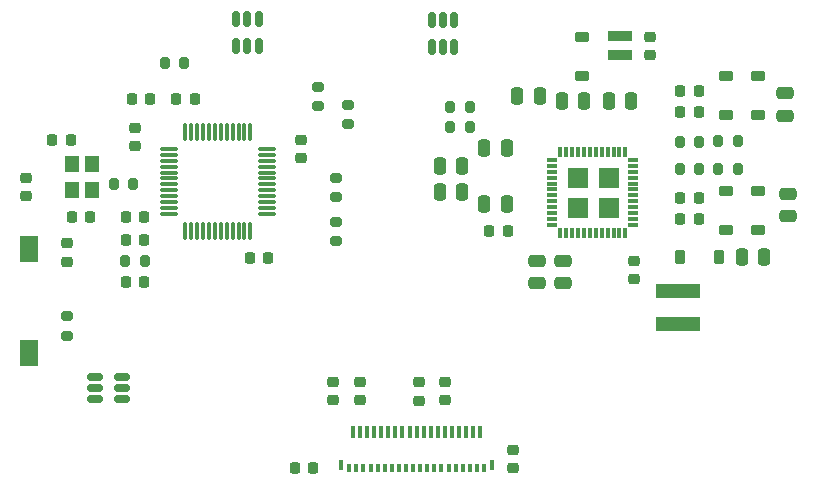
<source format=gtp>
%TF.GenerationSoftware,KiCad,Pcbnew,7.0.1*%
%TF.CreationDate,2023-04-23T16:19:41+02:00*%
%TF.ProjectId,ED060SC4_SPI_driver_board,45443036-3053-4433-945f-5350495f6472,rev?*%
%TF.SameCoordinates,Original*%
%TF.FileFunction,Paste,Top*%
%TF.FilePolarity,Positive*%
%FSLAX46Y46*%
G04 Gerber Fmt 4.6, Leading zero omitted, Abs format (unit mm)*
G04 Created by KiCad (PCBNEW 7.0.1) date 2023-04-23 16:19:41*
%MOMM*%
%LPD*%
G01*
G04 APERTURE LIST*
G04 Aperture macros list*
%AMRoundRect*
0 Rectangle with rounded corners*
0 $1 Rounding radius*
0 $2 $3 $4 $5 $6 $7 $8 $9 X,Y pos of 4 corners*
0 Add a 4 corners polygon primitive as box body*
4,1,4,$2,$3,$4,$5,$6,$7,$8,$9,$2,$3,0*
0 Add four circle primitives for the rounded corners*
1,1,$1+$1,$2,$3*
1,1,$1+$1,$4,$5*
1,1,$1+$1,$6,$7*
1,1,$1+$1,$8,$9*
0 Add four rect primitives between the rounded corners*
20,1,$1+$1,$2,$3,$4,$5,0*
20,1,$1+$1,$4,$5,$6,$7,0*
20,1,$1+$1,$6,$7,$8,$9,0*
20,1,$1+$1,$8,$9,$2,$3,0*%
G04 Aperture macros list end*
%ADD10C,0.010000*%
%ADD11RoundRect,0.250000X-0.475000X0.250000X-0.475000X-0.250000X0.475000X-0.250000X0.475000X0.250000X0*%
%ADD12RoundRect,0.225000X0.225000X0.250000X-0.225000X0.250000X-0.225000X-0.250000X0.225000X-0.250000X0*%
%ADD13RoundRect,0.250000X0.250000X0.475000X-0.250000X0.475000X-0.250000X-0.475000X0.250000X-0.475000X0*%
%ADD14RoundRect,0.225000X0.375000X-0.225000X0.375000X0.225000X-0.375000X0.225000X-0.375000X-0.225000X0*%
%ADD15RoundRect,0.200000X-0.200000X-0.275000X0.200000X-0.275000X0.200000X0.275000X-0.200000X0.275000X0*%
%ADD16R,3.700000X1.200000*%
%ADD17RoundRect,0.225000X0.250000X-0.225000X0.250000X0.225000X-0.250000X0.225000X-0.250000X-0.225000X0*%
%ADD18R,2.000000X0.850000*%
%ADD19R,1.200000X1.400000*%
%ADD20RoundRect,0.200000X-0.275000X0.200000X-0.275000X-0.200000X0.275000X-0.200000X0.275000X0.200000X0*%
%ADD21RoundRect,0.150000X-0.150000X0.512500X-0.150000X-0.512500X0.150000X-0.512500X0.150000X0.512500X0*%
%ADD22RoundRect,0.225000X-0.225000X-0.250000X0.225000X-0.250000X0.225000X0.250000X-0.225000X0.250000X0*%
%ADD23RoundRect,0.250000X0.475000X-0.250000X0.475000X0.250000X-0.475000X0.250000X-0.475000X-0.250000X0*%
%ADD24R,1.600000X2.200000*%
%ADD25RoundRect,0.075000X-0.662500X-0.075000X0.662500X-0.075000X0.662500X0.075000X-0.662500X0.075000X0*%
%ADD26RoundRect,0.075000X-0.075000X-0.662500X0.075000X-0.662500X0.075000X0.662500X-0.075000X0.662500X0*%
%ADD27RoundRect,0.200000X0.200000X0.275000X-0.200000X0.275000X-0.200000X-0.275000X0.200000X-0.275000X0*%
%ADD28RoundRect,0.225000X-0.375000X0.225000X-0.375000X-0.225000X0.375000X-0.225000X0.375000X0.225000X0*%
%ADD29RoundRect,0.150000X0.512500X0.150000X-0.512500X0.150000X-0.512500X-0.150000X0.512500X-0.150000X0*%
%ADD30RoundRect,0.007800X-0.422200X-0.122200X0.422200X-0.122200X0.422200X0.122200X-0.422200X0.122200X0*%
%ADD31RoundRect,0.007800X0.122200X-0.422200X0.122200X0.422200X-0.122200X0.422200X-0.122200X-0.422200X0*%
%ADD32RoundRect,0.225000X-0.250000X0.225000X-0.250000X-0.225000X0.250000X-0.225000X0.250000X0.225000X0*%
%ADD33RoundRect,0.225000X-0.225000X-0.375000X0.225000X-0.375000X0.225000X0.375000X-0.225000X0.375000X0*%
%ADD34R,0.300000X0.800000*%
%ADD35R,0.300000X1.000000*%
%ADD36R,0.400000X0.950000*%
%ADD37RoundRect,0.200000X0.275000X-0.200000X0.275000X0.200000X-0.275000X0.200000X-0.275000X-0.200000X0*%
%ADD38RoundRect,0.218750X-0.256250X0.218750X-0.256250X-0.218750X0.256250X-0.218750X0.256250X0.218750X0*%
%ADD39RoundRect,0.250000X-0.250000X-0.475000X0.250000X-0.475000X0.250000X0.475000X-0.250000X0.475000X0*%
G04 APERTURE END LIST*
%TO.C,U1*%
D10*
X99270000Y-68955000D02*
X97650000Y-68955000D01*
X97650000Y-67335000D01*
X99270000Y-67335000D01*
X99270000Y-68955000D01*
G36*
X99270000Y-68955000D02*
G01*
X97650000Y-68955000D01*
X97650000Y-67335000D01*
X99270000Y-67335000D01*
X99270000Y-68955000D01*
G37*
X99270000Y-71535000D02*
X97650000Y-71535000D01*
X97650000Y-69915000D01*
X99270000Y-69915000D01*
X99270000Y-71535000D01*
G36*
X99270000Y-71535000D02*
G01*
X97650000Y-71535000D01*
X97650000Y-69915000D01*
X99270000Y-69915000D01*
X99270000Y-71535000D01*
G37*
X101850000Y-68955000D02*
X100230000Y-68955000D01*
X100230000Y-67335000D01*
X101850000Y-67335000D01*
X101850000Y-68955000D01*
G36*
X101850000Y-68955000D02*
G01*
X100230000Y-68955000D01*
X100230000Y-67335000D01*
X101850000Y-67335000D01*
X101850000Y-68955000D01*
G37*
X101850000Y-71535000D02*
X100230000Y-71535000D01*
X100230000Y-69915000D01*
X101850000Y-69915000D01*
X101850000Y-71535000D01*
G36*
X101850000Y-71535000D02*
G01*
X100230000Y-71535000D01*
X100230000Y-69915000D01*
X101850000Y-69915000D01*
X101850000Y-71535000D01*
G37*
%TD*%
D11*
%TO.C,C14*%
X97250000Y-75235000D03*
X97250000Y-77135000D03*
%TD*%
D12*
%TO.C,C25*%
X61775000Y-71500000D03*
X60225000Y-71500000D03*
%TD*%
D11*
%TO.C,C3*%
X95000000Y-75235000D03*
X95000000Y-77135000D03*
%TD*%
D13*
%TO.C,C13*%
X92450000Y-65685000D03*
X90550000Y-65685000D03*
%TD*%
D14*
%TO.C,D6*%
X113750000Y-62900000D03*
X113750000Y-59600000D03*
%TD*%
D12*
%TO.C,C7*%
X108713752Y-60848748D03*
X107163752Y-60848748D03*
%TD*%
D13*
%TO.C,C10*%
X88700000Y-69435000D03*
X86800000Y-69435000D03*
%TD*%
D15*
%TO.C,TH1*%
X87675000Y-63935000D03*
X89325000Y-63935000D03*
%TD*%
D16*
%TO.C,L2*%
X107000000Y-80585000D03*
X107000000Y-77785000D03*
%TD*%
D17*
%TO.C,C40*%
X93000000Y-92775000D03*
X93000000Y-91225000D03*
%TD*%
D11*
%TO.C,C1*%
X116000000Y-61050000D03*
X116000000Y-62950000D03*
%TD*%
D18*
%TO.C,L1*%
X102050000Y-56185000D03*
X102050000Y-57835000D03*
%TD*%
D19*
%TO.C,Y1*%
X55650000Y-67049998D03*
X55650000Y-69249998D03*
X57350000Y-69249998D03*
X57350000Y-67049998D03*
%TD*%
D15*
%TO.C,R5*%
X59175000Y-68750000D03*
X60825000Y-68750000D03*
%TD*%
D20*
%TO.C,R14*%
X76500000Y-60500000D03*
X76500000Y-62150000D03*
%TD*%
D21*
%TO.C,U5*%
X88000000Y-54862500D03*
X87050000Y-54862500D03*
X86100000Y-54862500D03*
X86100000Y-57137500D03*
X87050000Y-57137500D03*
X88000000Y-57137500D03*
%TD*%
D22*
%TO.C,C15*%
X107163752Y-71685000D03*
X108713752Y-71685000D03*
%TD*%
D13*
%TO.C,C18*%
X114250000Y-74935000D03*
X112350000Y-74935000D03*
%TD*%
D15*
%TO.C,R8*%
X110363752Y-67435000D03*
X112013752Y-67435000D03*
%TD*%
D23*
%TO.C,C19*%
X116250000Y-71450000D03*
X116250000Y-69550000D03*
%TD*%
D24*
%TO.C,SW2*%
X52000000Y-74253200D03*
X52000000Y-83053200D03*
%TD*%
D25*
%TO.C,U2*%
X63837500Y-65750000D03*
X63837500Y-66250000D03*
X63837500Y-66750000D03*
X63837500Y-67250000D03*
X63837500Y-67750000D03*
X63837500Y-68250000D03*
X63837500Y-68750000D03*
X63837500Y-69250000D03*
X63837500Y-69750000D03*
X63837500Y-70250000D03*
X63837500Y-70750000D03*
X63837500Y-71250000D03*
D26*
X65250000Y-72662500D03*
X65750000Y-72662500D03*
X66250000Y-72662500D03*
X66750000Y-72662500D03*
X67250000Y-72662500D03*
X67750000Y-72662500D03*
X68250000Y-72662500D03*
X68750000Y-72662500D03*
X69250000Y-72662500D03*
X69750000Y-72662500D03*
X70250000Y-72662500D03*
X70750000Y-72662500D03*
D25*
X72162500Y-71250000D03*
X72162500Y-70750000D03*
X72162500Y-70250000D03*
X72162500Y-69750000D03*
X72162500Y-69250000D03*
X72162500Y-68750000D03*
X72162500Y-68250000D03*
X72162500Y-67750000D03*
X72162500Y-67250000D03*
X72162500Y-66750000D03*
X72162500Y-66250000D03*
X72162500Y-65750000D03*
D26*
X70750000Y-64337500D03*
X70250000Y-64337500D03*
X69750000Y-64337500D03*
X69250000Y-64337500D03*
X68750000Y-64337500D03*
X68250000Y-64337500D03*
X67750000Y-64337500D03*
X67250000Y-64337500D03*
X66750000Y-64337500D03*
X66250000Y-64337500D03*
X65750000Y-64337500D03*
X65250000Y-64337500D03*
%TD*%
D27*
%TO.C,FB1*%
X61825000Y-75250000D03*
X60175000Y-75250000D03*
%TD*%
D12*
%TO.C,C21*%
X72275000Y-75000000D03*
X70725000Y-75000000D03*
%TD*%
D15*
%TO.C,R9*%
X107113752Y-67435000D03*
X108763752Y-67435000D03*
%TD*%
D22*
%TO.C,C30*%
X55625000Y-71500000D03*
X57175000Y-71500000D03*
%TD*%
D28*
%TO.C,D1*%
X111000000Y-69350000D03*
X111000000Y-72650000D03*
%TD*%
D29*
%TO.C,U3*%
X59887500Y-86950000D03*
X59887500Y-86000000D03*
X59887500Y-85050000D03*
X57612500Y-85050000D03*
X57612500Y-86000000D03*
X57612500Y-86950000D03*
%TD*%
D12*
%TO.C,C26*%
X61775000Y-73500000D03*
X60225000Y-73500000D03*
%TD*%
D13*
%TO.C,C6*%
X103000000Y-61685000D03*
X101100000Y-61685000D03*
%TD*%
D22*
%TO.C,C22*%
X64475000Y-61500000D03*
X66025000Y-61500000D03*
%TD*%
D30*
%TO.C,U1*%
X96315000Y-66685000D03*
X96315000Y-67185000D03*
X96315000Y-67685000D03*
X96315000Y-68185000D03*
X96315000Y-68685000D03*
X96315000Y-69185000D03*
X96315000Y-69685000D03*
X96315000Y-70185000D03*
X96315000Y-70685000D03*
X96315000Y-71185000D03*
X96315000Y-71685000D03*
X96315000Y-72185000D03*
D31*
X97000000Y-72870000D03*
X97500000Y-72870000D03*
X98000000Y-72870000D03*
X98500000Y-72870000D03*
X99000000Y-72870000D03*
X99500000Y-72870000D03*
X100000000Y-72870000D03*
X100500000Y-72870000D03*
X101000000Y-72870000D03*
X101500000Y-72870000D03*
X102000000Y-72870000D03*
X102500000Y-72870000D03*
D30*
X103185000Y-72185000D03*
X103185000Y-71685000D03*
X103185000Y-71185000D03*
X103185000Y-70685000D03*
X103185000Y-70185000D03*
X103185000Y-69685000D03*
X103185000Y-69185000D03*
X103185000Y-68685000D03*
X103185000Y-68185000D03*
X103185000Y-67685000D03*
X103185000Y-67185000D03*
X103185000Y-66685000D03*
D31*
X102500000Y-66000000D03*
X102000000Y-66000000D03*
X101500000Y-66000000D03*
X101000000Y-66000000D03*
X100500000Y-66000000D03*
X100000000Y-66000000D03*
X99500000Y-66000000D03*
X99000000Y-66000000D03*
X98500000Y-66000000D03*
X98000000Y-66000000D03*
X97500000Y-66000000D03*
X97000000Y-66000000D03*
%TD*%
D12*
%TO.C,C2*%
X92525000Y-72685000D03*
X90975000Y-72685000D03*
%TD*%
D32*
%TO.C,C28*%
X51750000Y-68225000D03*
X51750000Y-69775000D03*
%TD*%
D22*
%TO.C,C29*%
X53975000Y-65000000D03*
X55525000Y-65000000D03*
%TD*%
D20*
%TO.C,R6*%
X78000000Y-68175000D03*
X78000000Y-69825000D03*
%TD*%
D28*
%TO.C,D7*%
X111000000Y-59600000D03*
X111000000Y-62900000D03*
%TD*%
D17*
%TO.C,C41*%
X87250000Y-87025000D03*
X87250000Y-85475000D03*
%TD*%
D21*
%TO.C,U4*%
X71450000Y-54750000D03*
X70500000Y-54750000D03*
X69550000Y-54750000D03*
X69550000Y-57025000D03*
X70500000Y-57025000D03*
X71450000Y-57025000D03*
%TD*%
D14*
%TO.C,D3*%
X98800000Y-59585000D03*
X98800000Y-56285000D03*
%TD*%
D12*
%TO.C,C24*%
X62250000Y-61500000D03*
X60700000Y-61500000D03*
%TD*%
D13*
%TO.C,C12*%
X92450000Y-70435000D03*
X90550000Y-70435000D03*
%TD*%
D22*
%TO.C,C9*%
X107163752Y-62598748D03*
X108713752Y-62598748D03*
%TD*%
D32*
%TO.C,C23*%
X75000000Y-64975000D03*
X75000000Y-66525000D03*
%TD*%
D33*
%TO.C,D4*%
X107100000Y-74935000D03*
X110400000Y-74935000D03*
%TD*%
D22*
%TO.C,C27*%
X60200000Y-77000000D03*
X61750000Y-77000000D03*
%TD*%
D34*
%TO.C,J1*%
X79130000Y-92750000D03*
D35*
X79430000Y-89750000D03*
D34*
X79730000Y-92750000D03*
D35*
X80030000Y-89750000D03*
D34*
X80330000Y-92750000D03*
D35*
X80630000Y-89750000D03*
D34*
X80930000Y-92750000D03*
D35*
X81230000Y-89750000D03*
D34*
X81530000Y-92750000D03*
D35*
X81830000Y-89750000D03*
D34*
X82130000Y-92750000D03*
D35*
X82430000Y-89750000D03*
D34*
X82730000Y-92750000D03*
D35*
X83030000Y-89750000D03*
D34*
X83330000Y-92750000D03*
D35*
X83630000Y-89750000D03*
D34*
X83930000Y-92750000D03*
D35*
X84230000Y-89750000D03*
D34*
X84530000Y-92750000D03*
D35*
X84830000Y-89750000D03*
D34*
X85130000Y-92750000D03*
D35*
X85430000Y-89750000D03*
D34*
X85730000Y-92750000D03*
D35*
X86030000Y-89750000D03*
D34*
X86330000Y-92750000D03*
D35*
X86630000Y-89750000D03*
D34*
X86930000Y-92750000D03*
D35*
X87230000Y-89750000D03*
D34*
X87530000Y-92750000D03*
D35*
X87830000Y-89750000D03*
D34*
X88130000Y-92750000D03*
D35*
X88430000Y-89750000D03*
D34*
X88730000Y-92750000D03*
D35*
X89030000Y-89750000D03*
D34*
X89330000Y-92750000D03*
D35*
X89630000Y-89750000D03*
D34*
X89930000Y-92750000D03*
D35*
X90230000Y-89750000D03*
D34*
X90530000Y-92750000D03*
D36*
X78430000Y-92475000D03*
X91230000Y-92475000D03*
%TD*%
D17*
%TO.C,C17*%
X103250000Y-76800000D03*
X103250000Y-75250000D03*
%TD*%
D20*
%TO.C,R12*%
X79000000Y-62000000D03*
X79000000Y-63650000D03*
%TD*%
D22*
%TO.C,C16*%
X107163752Y-69935000D03*
X108713752Y-69935000D03*
%TD*%
D37*
%TO.C,R3*%
X55250000Y-81575000D03*
X55250000Y-79925000D03*
%TD*%
D15*
%TO.C,R2*%
X107113752Y-65185000D03*
X108763752Y-65185000D03*
%TD*%
D38*
%TO.C,D2*%
X55250000Y-73712500D03*
X55250000Y-75287500D03*
%TD*%
D39*
%TO.C,C8*%
X97100000Y-61685000D03*
X99000000Y-61685000D03*
%TD*%
D17*
%TO.C,C20*%
X61000000Y-65525000D03*
X61000000Y-63975000D03*
%TD*%
D15*
%TO.C,R1*%
X110363752Y-65098748D03*
X112013752Y-65098748D03*
%TD*%
D37*
%TO.C,R7*%
X78000000Y-73575000D03*
X78000000Y-71925000D03*
%TD*%
D13*
%TO.C,C11*%
X88700000Y-67185000D03*
X86800000Y-67185000D03*
%TD*%
D17*
%TO.C,C31*%
X80000000Y-87025000D03*
X80000000Y-85475000D03*
%TD*%
D12*
%TO.C,C39*%
X76050000Y-92750000D03*
X74500000Y-92750000D03*
%TD*%
D14*
%TO.C,D5*%
X113750000Y-72650000D03*
X113750000Y-69350000D03*
%TD*%
D17*
%TO.C,C38*%
X77750000Y-87000000D03*
X77750000Y-85450000D03*
%TD*%
D13*
%TO.C,C4*%
X95250000Y-61250000D03*
X93350000Y-61250000D03*
%TD*%
D15*
%TO.C,R4*%
X87675000Y-62185000D03*
X89325000Y-62185000D03*
%TD*%
%TO.C,R10*%
X63500000Y-58500000D03*
X65150000Y-58500000D03*
%TD*%
D17*
%TO.C,C5*%
X104625000Y-57835000D03*
X104625000Y-56285000D03*
%TD*%
%TO.C,C42*%
X85000000Y-87050000D03*
X85000000Y-85500000D03*
%TD*%
M02*

</source>
